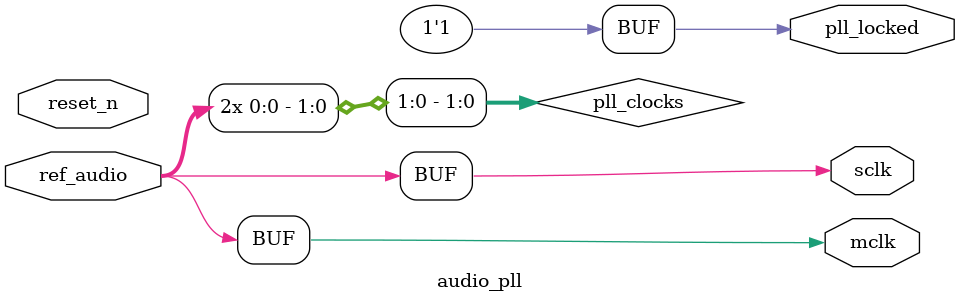
<source format=v>
module audio_pll (
    input  wire          ref_audio,      // Oscillator #24.576MHz
    input  wire          reset_n,        // reset
    output wire          mclk,           // 12.288MHz clock for audio
    output wire          sclk,           // 3.072MHz  clock for audio
    output wire          pll_locked      // PLL locked
);

// --------------------------------------------------------------------
// internal wires
// --------------------------------------------------------------------

    wire [9:0]  pll_clocks;

`ifdef    INCLUDE_PLL

  // PLL generating Audio clocks

  altpll #(
    .bandwidth_type          ("AUTO"),
    .clk0_divide_by          (2),
    .clk0_duty_cycle         (50),
    .clk0_multiply_by        (1),
    .clk0_phase_shift        ("0"),
    .clk1_divide_by          (8),
    .clk1_duty_cycle         (50),
    .clk1_multiply_by        (1),
    .clk1_phase_shift        ("0"),
    .clk2_divide_by          (25),
    .clk2_duty_cycle         (50),
    .clk2_multiply_by        (3),
    .clk2_phase_shift        ("0"),
    .clk3_divide_by          (5),
    .clk3_duty_cycle         (50),
    .clk3_multiply_by        (2),
    .clk3_phase_shift        ("0"),
    .clk4_divide_by          (5),
    .clk4_duty_cycle         (50),
    .clk4_multiply_by        (4),
    .clk4_phase_shift        ("0"),
    .inclk0_input_frequency  (40690),
    .intended_device_family  ("Cyclone V"),
    .lpm_hint                ("CBX_MODULE_PREFIX=plls_Altera"),
    .lpm_type                ("altpll"),
    .operation_mode          ("NO_COMPENSATION"),
    .pll_type                ("AUTO"),
    .port_activeclock        ("PORT_UNUSED"),
    .port_areset             ("PORT_UNUSED"),
    .port_clkbad0            ("PORT_UNUSED"),
    .port_clkbad1            ("PORT_UNUSED"),
    .port_clkloss            ("PORT_UNUSED"),
    .port_clkswitch          ("PORT_UNUSED"),
    .port_configupdate       ("PORT_UNUSED"),
    .port_fbin               ("PORT_UNUSED"),
    .port_fbout              ("PORT_UNUSED"),
    .port_inclk0             ("PORT_USED"),
    .port_inclk1             ("PORT_UNUSED"),
    .port_locked             ("PORT_USED"),
    .port_pfdena             ("PORT_UNUSED"),
    .port_phasecounterselect ("PORT_UNUSED"),
    .port_phasedone          ("PORT_UNUSED"),
    .port_phasestep          ("PORT_UNUSED"),
    .port_phaseupdown        ("PORT_UNUSED"),
    .port_pllena             ("PORT_UNUSED"),
    .port_scanaclr           ("PORT_UNUSED"),
    .port_scanclk            ("PORT_UNUSED"),
    .port_scanclkena         ("PORT_UNUSED"),
    .port_scandata           ("PORT_UNUSED"),
    .port_scandataout        ("PORT_UNUSED"),
    .port_scandone           ("PORT_UNUSED"),
    .port_scanread           ("PORT_UNUSED"),
    .port_scanwrite          ("PORT_UNUSED"),
    .port_clk0               ("PORT_USED"),
    .port_clk1               ("PORT_USED"),
    .port_clk2               ("PORT_UNUSED"),
    .port_clk3               ("PORT_UNUSED"),
    .port_clk4               ("PORT_UNUSED"),
    .port_clk5               ("PORT_UNUSED"),
    .port_clk6               ("PORT_UNUSED"),
    .port_clk7               ("PORT_UNUSED"),
    .port_clk8               ("PORT_UNUSED"),
    .port_clk9               ("PORT_UNUSED"),
    .port_clkena0            ("PORT_UNUSED"),
    .port_clkena1            ("PORT_UNUSED"),
    .port_clkena2            ("PORT_UNUSED"),
    .port_clkena3            ("PORT_UNUSED"),
    .port_clkena4            ("PORT_UNUSED"),
    .port_clkena5            ("PORT_UNUSED"),
    .port_clkena6            ("PORT_UNUSED"),
    .port_clkena7            ("PORT_UNUSED"),
    .port_clkena8            ("PORT_UNUSED"),
    .port_clkena9            ("PORT_UNUSED"),
    .self_reset_on_loss_lock ("ON"),
    .using_fbmimicbidir_port ("OFF"),
    .width_clock             (10))
   u_cpu_periph_clk_pll_0 (
    .inclk              ({1'b0, ref_audio}),
    .clk                (pll_clocks[9:0]),
    .activeclock        (),
    .areset             (~reset_n),  // Optional
    .clkbad             (),
    .clkena             ({10{1'b1}}),
    .clkloss            (),
    .clkswitch          (1'b0),
    .configupdate       (1'b0),
    .enable0            (),
    .enable1            (),
    .extclk             (),
    .extclkena          ({4{1'b1}}),
    .fbin               (1'b1),
    .fbmimicbidir       (),
    .fbout              (),
    .locked             (pll_locked),
    .pfdena             (1'b1),
    .phasecounterselect ({4{1'b1}}),
    .phasedone          (),
    .phasestep          (1'b1),
    .phaseupdown        (1'b1),
    .pllena             (1'b1),
    .scanaclr           (1'b0),
    .scanclk            (1'b0),
    .scanclkena         (1'b1),
    .scandata           (1'b0),
    .scandataout        (),
    .scandone           (),
    .scanread           (1'b0),
    .scanwrite          (1'b0),
    .sclkout0           (),
    .sclkout1           (),
    .vcooverrange       (),
    .vcounderrange      ());


`else
  assign pll_clocks[0] = ref_audio;
  assign pll_clocks[1] = ref_audio;
  assign pll_locked    = 1'b1;
`endif

  assign mclk          = pll_clocks[0];
  assign sclk          = pll_clocks[1];

endmodule

</source>
